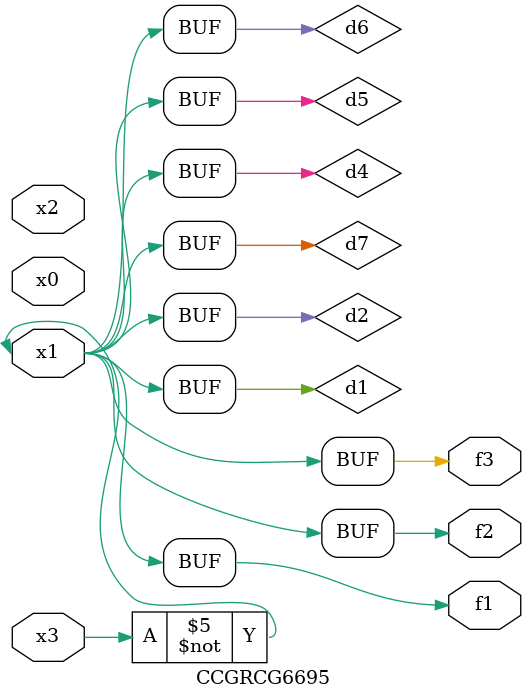
<source format=v>
module CCGRCG6695(
	input x0, x1, x2, x3,
	output f1, f2, f3
);

	wire d1, d2, d3, d4, d5, d6, d7;

	not (d1, x3);
	buf (d2, x1);
	xnor (d3, d1, d2);
	nor (d4, d1);
	buf (d5, d1, d2);
	buf (d6, d4, d5);
	nand (d7, d4);
	assign f1 = d6;
	assign f2 = d7;
	assign f3 = d6;
endmodule

</source>
